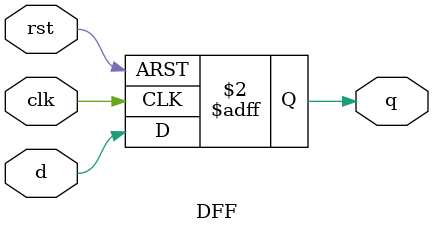
<source format=v>
`timescale 1ns / 1ps


module DFF(input clk, input rst, input d,output reg q);
always @ (posedge clk or posedge rst)begin
if (rst)
q <= 1'b0; 
else
q <= d;
end
endmodule

</source>
